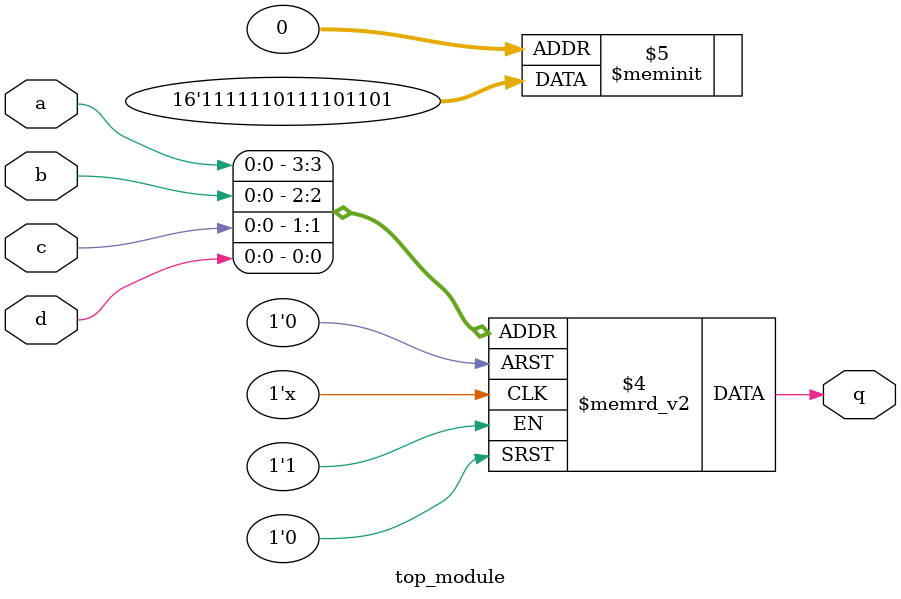
<source format=sv>
module top_module (
    input a, 
    input b, 
    input c, 
    input d,
    output reg q
);

    always @(*) begin
        case({a, b, c, d})
            4'b0000: q = 1'b1;
            4'b0001: q = 1'b0;
            4'b0010: q = 1'b1;
            4'b0011: q = 1'b1;
            4'b0100: q = 1'b0;
            4'b0101: q = 1'b1;
            4'b0110: q = 1'b1;
            4'b0111: q = 1'b1;
            4'b1000: q = 1'b1;
            4'b1001: q = 1'b0;
            4'b1010: q = 1'b1;
            4'b1011: q = 1'b1;
            4'b1100: q = 1'b1;
            4'b1101: q = 1'b1;
            4'b1110: q = 1'b1;
            4'b1111: q = 1'b1;
            default: q = 1'b0;
        endcase
    end
    
endmodule

</source>
